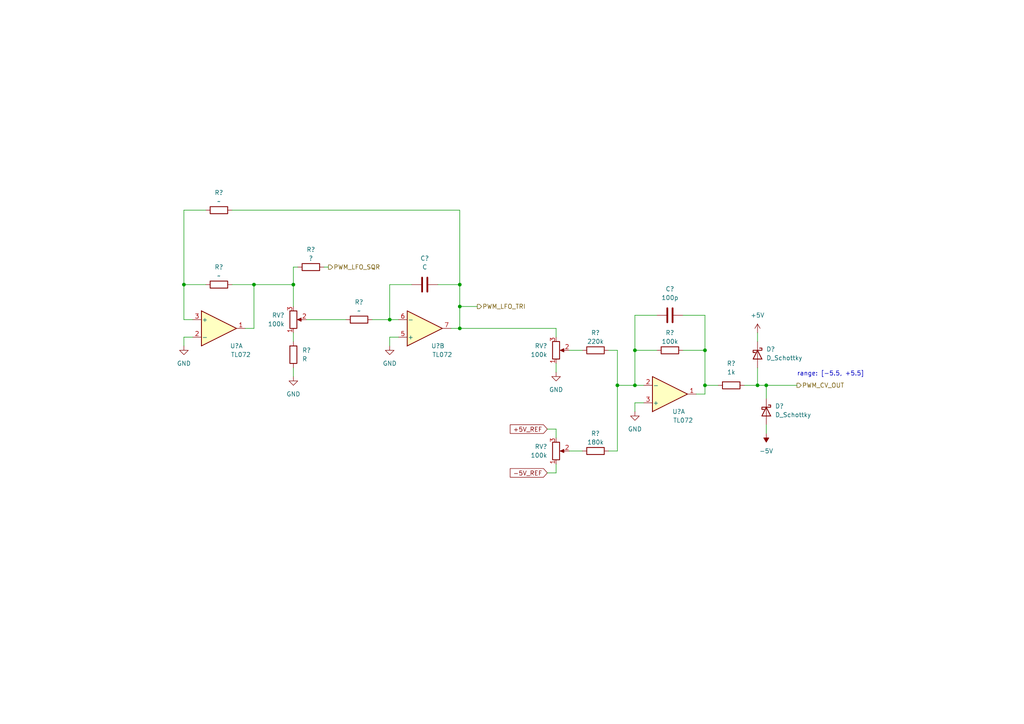
<source format=kicad_sch>
(kicad_sch (version 20211123) (generator eeschema)
  (paper "A4")
  (title_block (title "Josh Ox Ribon Synth Main VCO board") (date "2022-06-18") (rev "0") (comment 2 "creativecommons.org/licences/by/4.0") (comment 3 "license: CC by 4.0") (comment 4 "Author: Jordan Acete"))
  (lib_symbols
    (symbol "Amplifier_Operational:TL072" (pin_names (offset 0.127))
      (property "Reference" "U" (at 0 5.08 0))
      (property "Value" "TL072" (at 0 -5.08 0))
      (symbol "TL072_1_1"
        (polyline (pts (xy -5.08 5.08) (xy 5.08 0) (xy -5.08 -5.08) (xy -5.08 5.08)) (stroke (width 0.254)) (fill (type background)))
        (pin output line (at 7.62 0 180) (length 2.54) (name "~") (number "1"))
        (pin input line (at -7.62 -2.54 0) (length 2.54) (name "-") (number "2"))
        (pin input line (at -7.62 2.54 0) (length 2.54) (name "+") (number "3"))
      )
      (symbol "TL072_2_1"
        (polyline (pts (xy -5.08 5.08) (xy 5.08 0) (xy -5.08 -5.08) (xy -5.08 5.08)) (stroke (width 0.254)) (fill (type background)))
        (pin input line (at -7.62 2.54 0) (length 2.54) (name "+") (number "5"))
        (pin input line (at -7.62 -2.54 0) (length 2.54) (name "-") (number "6"))
        (pin output line (at 7.62 0 180) (length 2.54) (name "~") (number "7"))
      )
      (symbol "TL072_3_1"
        (pin power_in line (at -2.54 -7.62 90) (length 3.81) (name "V-") (number "4"))
        (pin power_in line (at -2.54 7.62 270) (length 3.81) (name "V+") (number "8"))
      )
    )
    (symbol "Device:C" (pin_numbers hide) (pin_names (offset 0.254))
      (property "Reference" "C" (at 0.635 2.54 0))
      (property "Value" "C" (at 0.635 -2.54 0))
      (symbol "C_0_1"
        (polyline (pts (xy -2.032 -0.762) (xy 2.032 -0.762)) (stroke (width 0.508)))
        (polyline (pts (xy -2.032 0.762) (xy 2.032 0.762)) (stroke (width 0.508)))
      )
      (symbol "C_1_1"
        (pin passive line (at 0 3.81 270) (length 2.794) (name "~") (number "1"))
        (pin passive line (at 0 -3.81 90) (length 2.794) (name "~") (number "2"))
      )
    )
    (symbol "Device:D_Schottky" (pin_numbers hide) (pin_names (offset 1.016) hide)
      (property "Reference" "D" (at 0 2.54 0))
      (property "Value" "D_Schottky" (at 0 -2.54 0))
      (symbol "D_Schottky_0_1"
        (polyline (pts (xy 1.27 0) (xy -1.27 0)))
        (polyline (pts (xy 1.27 1.27) (xy 1.27 -1.27) (xy -1.27 0) (xy 1.27 1.27)) (stroke (width 0.254)))
        (polyline (pts (xy -1.905 0.635) (xy -1.905 1.27) (xy -1.27 1.27) (xy -1.27 -1.27) (xy -0.635 -1.27) (xy -0.635 -0.635)) (stroke (width 0.254)))
      )
      (symbol "D_Schottky_1_1"
        (pin passive line (at -3.81 0 0) (length 2.54) (name "K") (number "1"))
        (pin passive line (at 3.81 0 180) (length 2.54) (name "A") (number "2"))
      )
    )
    (symbol "Device:R" (pin_numbers hide) (pin_names (offset 0))
      (property "Reference" "R" (at 2.032 0 90))
      (property "Value" "R" (at 0 0 90))
      (symbol "R_0_1"
        (rectangle (start -1.016 -2.54) (end 1.016 2.54) (stroke (width 0.254)))
      )
      (symbol "R_1_1"
        (pin passive line (at 0 3.81 270) (length 1.27) (name "~") (number "1"))
        (pin passive line (at 0 -3.81 90) (length 1.27) (name "~") (number "2"))
      )
    )
    (symbol "Device:R_Potentiometer" (pin_names (offset 1.016) hide)
      (property "Reference" "RV" (at -4.445 0 90))
      (property "Value" "R_Potentiometer" (at -2.54 0 90))
      (symbol "R_Potentiometer_0_1"
        (polyline (pts (xy 2.54 0) (xy 1.524 0)))
        (polyline (pts (xy 1.143 0) (xy 2.286 0.508) (xy 2.286 -0.508) (xy 1.143 0)) (fill (type outline)))
        (rectangle (start 1.016 2.54) (end -1.016 -2.54) (stroke (width 0.254)))
      )
      (symbol "R_Potentiometer_1_1"
        (pin passive line (at 0 3.81 270) (length 1.27) (name "1") (number "1"))
        (pin passive line (at 3.81 0 180) (length 1.27) (name "2") (number "2"))
        (pin passive line (at 0 -3.81 90) (length 1.27) (name "3") (number "3"))
      )
    )
    (symbol "power:+5V" (power) (pin_names (offset 0))
      (property "Value" "+5V" (at 0 3.556 0))
      (symbol "+5V_0_1"
        (polyline (pts (xy -0.762 1.27) (xy 0 2.54)))
        (polyline (pts (xy 0 0) (xy 0 2.54)))
        (polyline (pts (xy 0 2.54) (xy 0.762 1.27)))
      )
      (symbol "+5V_1_1"
        (pin power_in line (at 0 0 90) (length 0) hide (name "+5V") (number "1"))
      )
    )
    (symbol "power:-5V" (power) (pin_names (offset 0))
      (property "Value" "-5V" (at 0 3.81 0))
      (symbol "-5V_0_0"
        (pin power_in line (at 0 0 90) (length 0) hide (name "-5V") (number "1"))
      )
      (symbol "-5V_0_1"
        (polyline (pts (xy 0 0) (xy 0 1.27) (xy 0.762 1.27) (xy 0 2.54) (xy -0.762 1.27) (xy 0 1.27)) (fill (type outline)))
      )
    )
    (symbol "power:GND" (power) (pin_names (offset 0))
      (property "Value" "GND" (at 0 -3.81 0))
      (symbol "GND_0_1"
        (polyline (pts (xy 0 0) (xy 0 -1.27) (xy 1.27 -1.27) (xy 0 -2.54) (xy -1.27 -1.27) (xy 0 -1.27)))
      )
      (symbol "GND_1_1"
        (pin power_in line (at 0 0 270) (length 0) hide (name "GND") (number "1"))
      )
    )
  )
  (junction (at 222.25 111.76))
  (junction (at 133.35 82.55))
  (junction (at 184.15 101.6))
  (junction (at 53.34 82.55))
  (junction (at 219.71 111.76))
  (junction (at 204.47 101.6))
  (junction (at 204.47 111.76))
  (junction (at 85.09 82.55))
  (junction (at 113.03 92.71))
  (junction (at 184.15 111.76))
  (junction (at 179.07 111.76))
  (junction (at 133.35 88.9))
  (junction (at 133.35 95.25))
  (junction (at 73.66 82.55))
  (wire (pts (xy 190.5 91.44) (xy 184.15 91.44)))
  (wire (pts (xy 133.35 95.25) (xy 161.29 95.25)))
  (wire (pts (xy 161.29 137.16) (xy 161.29 134.62)))
  (wire (pts (xy 113.03 92.71) (xy 113.03 82.55)))
  (wire (pts (xy 204.47 111.76) (xy 204.47 114.3)))
  (wire (pts (xy 204.47 111.76) (xy 208.28 111.76)))
  (wire (pts (xy 71.12 95.25) (xy 73.66 95.25)))
  (wire (pts (xy 73.66 82.55) (xy 67.31 82.55)))
  (wire (pts (xy 85.09 77.47) (xy 85.09 82.55)))
  (wire (pts (xy 88.9 92.71) (xy 100.33 92.71)))
  (wire (pts (xy 113.03 100.33) (xy 113.03 97.79)))
  (wire (pts (xy 161.29 107.95) (xy 161.29 105.41)))
  (wire (pts (xy 161.29 124.46) (xy 161.29 127)))
  (wire (pts (xy 133.35 82.55) (xy 127 82.55)))
  (wire (pts (xy 53.34 97.79) (xy 55.88 97.79)))
  (wire (pts (xy 184.15 119.38) (xy 184.15 116.84)))
  (wire (pts (xy 133.35 82.55) (xy 133.35 88.9)))
  (wire (pts (xy 179.07 111.76) (xy 179.07 101.6)))
  (wire (pts (xy 85.09 82.55) (xy 85.09 88.9)))
  (wire (pts (xy 133.35 60.96) (xy 67.31 60.96)))
  (wire (pts (xy 165.1 130.81) (xy 168.91 130.81)))
  (wire (pts (xy 204.47 101.6) (xy 198.12 101.6)))
  (wire (pts (xy 222.25 111.76) (xy 222.25 115.57)))
  (wire (pts (xy 113.03 82.55) (xy 119.38 82.55)))
  (wire (pts (xy 179.07 111.76) (xy 184.15 111.76)))
  (wire (pts (xy 222.25 111.76) (xy 231.14 111.76)))
  (wire (pts (xy 55.88 92.71) (xy 53.34 92.71)))
  (wire (pts (xy 201.93 114.3) (xy 204.47 114.3)))
  (wire (pts (xy 53.34 60.96) (xy 53.34 82.55)))
  (wire (pts (xy 179.07 111.76) (xy 179.07 130.81)))
  (wire (pts (xy 184.15 111.76) (xy 184.15 101.6)))
  (wire (pts (xy 130.81 95.25) (xy 133.35 95.25)))
  (wire (pts (xy 165.1 101.6) (xy 168.91 101.6)))
  (wire (pts (xy 133.35 88.9) (xy 138.43 88.9)))
  (wire (pts (xy 53.34 100.33) (xy 53.34 97.79)))
  (wire (pts (xy 95.25 77.47) (xy 93.98 77.47)))
  (wire (pts (xy 184.15 116.84) (xy 186.69 116.84)))
  (wire (pts (xy 85.09 96.52) (xy 85.09 99.06)))
  (wire (pts (xy 184.15 91.44) (xy 184.15 101.6)))
  (wire (pts (xy 176.53 130.81) (xy 179.07 130.81)))
  (wire (pts (xy 53.34 92.71) (xy 53.34 82.55)))
  (wire (pts (xy 198.12 91.44) (xy 204.47 91.44)))
  (wire (pts (xy 133.35 88.9) (xy 133.35 95.25)))
  (wire (pts (xy 204.47 91.44) (xy 204.47 101.6)))
  (wire (pts (xy 219.71 96.52) (xy 219.71 99.06)))
  (wire (pts (xy 85.09 109.22) (xy 85.09 106.68)))
  (wire (pts (xy 53.34 82.55) (xy 59.69 82.55)))
  (wire (pts (xy 86.36 77.47) (xy 85.09 77.47)))
  (wire (pts (xy 176.53 101.6) (xy 179.07 101.6)))
  (wire (pts (xy 161.29 95.25) (xy 161.29 97.79)))
  (wire (pts (xy 219.71 111.76) (xy 215.9 111.76)))
  (wire (pts (xy 204.47 101.6) (xy 204.47 111.76)))
  (wire (pts (xy 219.71 106.68) (xy 219.71 111.76)))
  (wire (pts (xy 184.15 101.6) (xy 190.5 101.6)))
  (wire (pts (xy 186.69 111.76) (xy 184.15 111.76)))
  (wire (pts (xy 113.03 97.79) (xy 115.57 97.79)))
  (wire (pts (xy 85.09 82.55) (xy 73.66 82.55)))
  (wire (pts (xy 115.57 92.71) (xy 113.03 92.71)))
  (wire (pts (xy 133.35 60.96) (xy 133.35 82.55)))
  (wire (pts (xy 222.25 123.19) (xy 222.25 125.73)))
  (wire (pts (xy 158.75 137.16) (xy 161.29 137.16)))
  (wire (pts (xy 59.69 60.96) (xy 53.34 60.96)))
  (wire (pts (xy 107.95 92.71) (xy 113.03 92.71)))
  (wire (pts (xy 219.71 111.76) (xy 222.25 111.76)))
  (wire (pts (xy 158.75 124.46) (xy 161.29 124.46)))
  (wire (pts (xy 73.66 82.55) (xy 73.66 95.25)))
  (text "range: [-5.5, +5.5]" (at 231.14 109.22 0) (effects (font (size 1.27 1.27)) (justify left bottom)))
  (global_label "-5V_REF" (shape input) (at 158.75 137.16 180) (property "Intersheet References" "${INTERSHEET_REFS}" (effects hide)))
  (global_label "+5V_REF" (shape input) (at 158.75 124.46 180) (property "Intersheet References" "${INTERSHEET_REFS}" (effects hide)))
  (hierarchical_label "PWM_LFO_SQR" (shape output) (at 95.25 77.47 0))
  (hierarchical_label "PWM_CV_OUT" (shape output) (at 231.14 111.76 0))
  (hierarchical_label "PWM_LFO_TRI" (shape output) (at 138.43 88.9 0))
  (symbol (lib_id "Amplifier_Operational:TL072") (at 123.19 95.25 0) (mirror x) (unit 2)
    (property "Reference" "U?" (at 127 100.33 0))
    (property "Value" "TL072" (at 128.27 102.87 0))
    (property "Datasheet" "http://www.ti.com/lit/ds/symlink/tl071.pdf" (effects hide))
  )
  (symbol (lib_id "Device:R") (at 194.31 101.6 90) (unit 1)
    (property "Reference" "R?" (at 194.31 96.52 90))
    (property "Value" "100k" (at 194.31 99.06 90))
  )
  (symbol (lib_id "Device:R") (at 212.09 111.76 90) (unit 1)
    (property "Reference" "R?" (at 212.09 105.41 90))
    (property "Value" "1k" (at 212.09 107.95 90))
  )
  (symbol (lib_id "Device:R_Potentiometer") (at 161.29 101.6 0) (mirror x) (unit 1)
    (property "Reference" "RV?" (at 158.75 100.3299 0) (effects (justify right)))
    (property "Value" "100k" (at 158.75 102.8699 0) (effects (justify right)))
  )
  (symbol (lib_id "Device:R") (at 63.5 82.55 90) (unit 1)
    (property "Reference" "R?" (at 63.5 77.47 90))
    (property "Value" "~" (at 63.5 80.01 90))
  )
  (symbol (lib_id "power:-5V") (at 222.25 125.73 180) (unit 1)
    (property "Reference" "#PWR?" (effects hide))
    (property "Value" "-5V" (at 222.25 130.81 0))
  )
  (symbol (lib_id "power:GND") (at 161.29 107.95 0) (unit 1)
    (property "Reference" "#PWR?" (effects hide))
    (property "Value" "GND" (at 161.29 113.03 0))
  )
  (symbol (lib_id "Device:R_Potentiometer") (at 85.09 92.71 0) (mirror x) (unit 1)
    (property "Reference" "RV?" (at 82.55 91.4399 0) (effects (justify right)))
    (property "Value" "100k" (at 82.55 93.9799 0) (effects (justify right)))
  )
  (symbol (lib_id "Device:R") (at 90.17 77.47 90) (unit 1)
    (property "Reference" "R?" (at 90.17 72.39 90))
    (property "Value" "?" (at 90.17 74.93 90))
  )
  (symbol (lib_id "Device:R_Potentiometer") (at 161.29 130.81 0) (mirror x) (unit 1)
    (property "Reference" "RV?" (at 158.75 129.5399 0) (effects (justify right)))
    (property "Value" "100k" (at 158.75 132.0799 0) (effects (justify right)))
  )
  (symbol (lib_id "Device:R") (at 104.14 92.71 90) (unit 1)
    (property "Reference" "R?" (at 104.14 87.63 90))
    (property "Value" "~" (at 104.14 90.17 90))
  )
  (symbol (lib_id "Amplifier_Operational:TL072") (at 63.5 95.25 0) (unit 1)
    (property "Reference" "U?" (at 68.58 100.33 0))
    (property "Value" "TL072" (at 69.85 102.87 0))
    (property "Datasheet" "http://www.ti.com/lit/ds/symlink/tl071.pdf" (effects hide))
  )
  (symbol (lib_id "Device:R") (at 172.72 101.6 90) (unit 1)
    (property "Reference" "R?" (at 172.72 96.52 90))
    (property "Value" "220k" (at 172.72 99.06 90))
  )
  (symbol (lib_id "power:GND") (at 184.15 119.38 0) (unit 1)
    (property "Reference" "#PWR?" (effects hide))
    (property "Value" "GND" (at 184.15 124.46 0))
  )
  (symbol (lib_id "Amplifier_Operational:TL072") (at 194.31 114.3 0) (mirror x) (unit 1)
    (property "Reference" "U?" (at 196.85 119.38 0))
    (property "Value" "TL072" (at 198.12 121.92 0))
    (property "Datasheet" "http://www.ti.com/lit/ds/symlink/tl071.pdf" (effects hide))
  )
  (symbol (lib_id "Device:R") (at 85.09 102.87 0) (unit 1)
    (property "Reference" "R?" (at 87.63 101.5999 0) (effects (justify left)))
    (property "Value" "R" (at 87.63 104.1399 0) (effects (justify left)))
  )
  (symbol (lib_id "Device:C") (at 123.19 82.55 90) (unit 1)
    (property "Reference" "C?" (at 123.19 74.93 90))
    (property "Value" "C" (at 123.19 77.47 90))
  )
  (symbol (lib_id "Device:R") (at 172.72 130.81 90) (unit 1)
    (property "Reference" "R?" (at 172.72 125.73 90))
    (property "Value" "180k" (at 172.72 128.27 90))
  )
  (symbol (lib_id "Device:D_Schottky") (at 219.71 102.87 270) (unit 1)
    (property "Reference" "D?" (at 222.25 101.2824 90) (effects (justify left)))
    (property "Value" "D_Schottky" (at 222.25 103.8224 90) (effects (justify left)))
  )
  (symbol (lib_id "power:GND") (at 53.34 100.33 0) (unit 1)
    (property "Reference" "#PWR?" (effects hide))
    (property "Value" "~" (at 53.34 105.41 0))
  )
  (symbol (lib_id "power:GND") (at 85.09 109.22 0) (unit 1)
    (property "Reference" "#PWR?" (effects hide))
    (property "Value" "~" (at 85.09 114.3 0))
  )
  (symbol (lib_id "power:+5V") (at 219.71 96.52 0) (unit 1)
    (property "Reference" "#PWR?" (effects hide))
    (property "Value" "+5V" (at 219.71 91.44 0))
  )
  (symbol (lib_id "Device:R") (at 63.5 60.96 90) (unit 1)
    (property "Reference" "R?" (at 63.5 55.88 90))
    (property "Value" "~" (at 63.5 58.42 90))
  )
  (symbol (lib_id "Device:C") (at 194.31 91.44 90) (unit 1)
    (property "Reference" "C?" (at 194.31 83.82 90))
    (property "Value" "100p" (at 194.31 86.36 90))
  )
  (symbol (lib_id "Device:D_Schottky") (at 222.25 119.38 270) (unit 1)
    (property "Reference" "D?" (at 224.79 117.7924 90) (effects (justify left)))
    (property "Value" "D_Schottky" (at 224.79 120.3324 90) (effects (justify left)))
  )
  (symbol (lib_id "power:GND") (at 113.03 100.33 0) (unit 1)
    (property "Reference" "#PWR?" (effects hide))
    (property "Value" "~" (at 113.03 105.41 0))
  )
)
</source>
